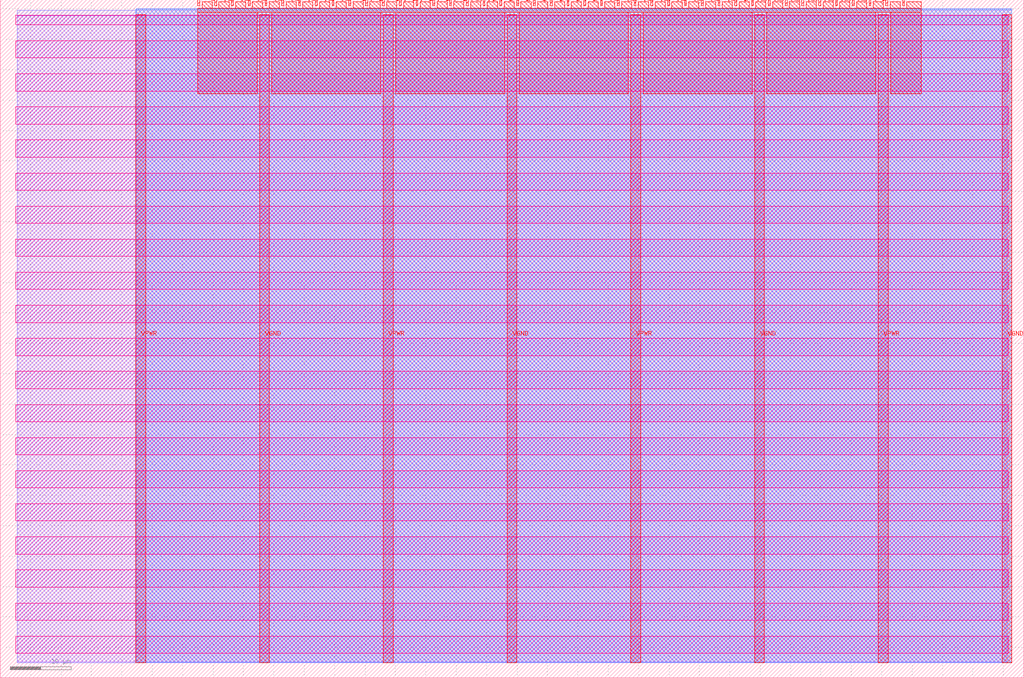
<source format=lef>
VERSION 5.7 ;
  NOWIREEXTENSIONATPIN ON ;
  DIVIDERCHAR "/" ;
  BUSBITCHARS "[]" ;
MACRO tt_um_wrapper_inputblackboxoutput
  CLASS BLOCK ;
  FOREIGN tt_um_wrapper_inputblackboxoutput ;
  ORIGIN 0.000 0.000 ;
  SIZE 168.360 BY 111.520 ;
  PIN VGND
    DIRECTION INOUT ;
    USE GROUND ;
    PORT
      LAYER met4 ;
        RECT 42.670 2.480 44.270 109.040 ;
    END
    PORT
      LAYER met4 ;
        RECT 83.380 2.480 84.980 109.040 ;
    END
    PORT
      LAYER met4 ;
        RECT 124.090 2.480 125.690 109.040 ;
    END
    PORT
      LAYER met4 ;
        RECT 164.800 2.480 166.400 109.040 ;
    END
  END VGND
  PIN VPWR
    DIRECTION INOUT ;
    USE POWER ;
    PORT
      LAYER met4 ;
        RECT 22.315 2.480 23.915 109.040 ;
    END
    PORT
      LAYER met4 ;
        RECT 63.025 2.480 64.625 109.040 ;
    END
    PORT
      LAYER met4 ;
        RECT 103.735 2.480 105.335 109.040 ;
    END
    PORT
      LAYER met4 ;
        RECT 144.445 2.480 146.045 109.040 ;
    END
  END VPWR
  PIN clk
    DIRECTION INPUT ;
    USE SIGNAL ;
    ANTENNAGATEAREA 0.852000 ;
    PORT
      LAYER met4 ;
        RECT 145.670 110.520 145.970 111.520 ;
    END
  END clk
  PIN ena
    DIRECTION INPUT ;
    USE SIGNAL ;
    ANTENNAGATEAREA 0.196500 ;
    PORT
      LAYER met4 ;
        RECT 148.430 110.520 148.730 111.520 ;
    END
  END ena
  PIN rst_n
    DIRECTION INPUT ;
    USE SIGNAL ;
    ANTENNAGATEAREA 0.196500 ;
    PORT
      LAYER met4 ;
        RECT 142.910 110.520 143.210 111.520 ;
    END
  END rst_n
  PIN ui_in[0]
    DIRECTION INPUT ;
    USE SIGNAL ;
    ANTENNAGATEAREA 0.159000 ;
    PORT
      LAYER met4 ;
        RECT 140.150 110.520 140.450 111.520 ;
    END
  END ui_in[0]
  PIN ui_in[1]
    DIRECTION INPUT ;
    USE SIGNAL ;
    ANTENNAGATEAREA 0.213000 ;
    PORT
      LAYER met4 ;
        RECT 137.390 110.520 137.690 111.520 ;
    END
  END ui_in[1]
  PIN ui_in[2]
    DIRECTION INPUT ;
    USE SIGNAL ;
    ANTENNAGATEAREA 0.159000 ;
    PORT
      LAYER met4 ;
        RECT 134.630 110.520 134.930 111.520 ;
    END
  END ui_in[2]
  PIN ui_in[3]
    DIRECTION INPUT ;
    USE SIGNAL ;
    ANTENNAGATEAREA 0.213000 ;
    PORT
      LAYER met4 ;
        RECT 131.870 110.520 132.170 111.520 ;
    END
  END ui_in[3]
  PIN ui_in[4]
    DIRECTION INPUT ;
    USE SIGNAL ;
    ANTENNAGATEAREA 0.159000 ;
    PORT
      LAYER met4 ;
        RECT 129.110 110.520 129.410 111.520 ;
    END
  END ui_in[4]
  PIN ui_in[5]
    DIRECTION INPUT ;
    USE SIGNAL ;
    ANTENNAGATEAREA 0.159000 ;
    PORT
      LAYER met4 ;
        RECT 126.350 110.520 126.650 111.520 ;
    END
  END ui_in[5]
  PIN ui_in[6]
    DIRECTION INPUT ;
    USE SIGNAL ;
    ANTENNAGATEAREA 0.159000 ;
    PORT
      LAYER met4 ;
        RECT 123.590 110.520 123.890 111.520 ;
    END
  END ui_in[6]
  PIN ui_in[7]
    DIRECTION INPUT ;
    USE SIGNAL ;
    ANTENNAGATEAREA 0.213000 ;
    PORT
      LAYER met4 ;
        RECT 120.830 110.520 121.130 111.520 ;
    END
  END ui_in[7]
  PIN uio_in[0]
    DIRECTION INPUT ;
    USE SIGNAL ;
    PORT
      LAYER met4 ;
        RECT 118.070 110.520 118.370 111.520 ;
    END
  END uio_in[0]
  PIN uio_in[1]
    DIRECTION INPUT ;
    USE SIGNAL ;
    PORT
      LAYER met4 ;
        RECT 115.310 110.520 115.610 111.520 ;
    END
  END uio_in[1]
  PIN uio_in[2]
    DIRECTION INPUT ;
    USE SIGNAL ;
    PORT
      LAYER met4 ;
        RECT 112.550 110.520 112.850 111.520 ;
    END
  END uio_in[2]
  PIN uio_in[3]
    DIRECTION INPUT ;
    USE SIGNAL ;
    PORT
      LAYER met4 ;
        RECT 109.790 110.520 110.090 111.520 ;
    END
  END uio_in[3]
  PIN uio_in[4]
    DIRECTION INPUT ;
    USE SIGNAL ;
    PORT
      LAYER met4 ;
        RECT 107.030 110.520 107.330 111.520 ;
    END
  END uio_in[4]
  PIN uio_in[5]
    DIRECTION INPUT ;
    USE SIGNAL ;
    PORT
      LAYER met4 ;
        RECT 104.270 110.520 104.570 111.520 ;
    END
  END uio_in[5]
  PIN uio_in[6]
    DIRECTION INPUT ;
    USE SIGNAL ;
    PORT
      LAYER met4 ;
        RECT 101.510 110.520 101.810 111.520 ;
    END
  END uio_in[6]
  PIN uio_in[7]
    DIRECTION INPUT ;
    USE SIGNAL ;
    PORT
      LAYER met4 ;
        RECT 98.750 110.520 99.050 111.520 ;
    END
  END uio_in[7]
  PIN uio_oe[0]
    DIRECTION OUTPUT TRISTATE ;
    USE SIGNAL ;
    PORT
      LAYER met4 ;
        RECT 51.830 110.520 52.130 111.520 ;
    END
  END uio_oe[0]
  PIN uio_oe[1]
    DIRECTION OUTPUT TRISTATE ;
    USE SIGNAL ;
    PORT
      LAYER met4 ;
        RECT 49.070 110.520 49.370 111.520 ;
    END
  END uio_oe[1]
  PIN uio_oe[2]
    DIRECTION OUTPUT TRISTATE ;
    USE SIGNAL ;
    PORT
      LAYER met4 ;
        RECT 46.310 110.520 46.610 111.520 ;
    END
  END uio_oe[2]
  PIN uio_oe[3]
    DIRECTION OUTPUT TRISTATE ;
    USE SIGNAL ;
    PORT
      LAYER met4 ;
        RECT 43.550 110.520 43.850 111.520 ;
    END
  END uio_oe[3]
  PIN uio_oe[4]
    DIRECTION OUTPUT TRISTATE ;
    USE SIGNAL ;
    PORT
      LAYER met4 ;
        RECT 40.790 110.520 41.090 111.520 ;
    END
  END uio_oe[4]
  PIN uio_oe[5]
    DIRECTION OUTPUT TRISTATE ;
    USE SIGNAL ;
    PORT
      LAYER met4 ;
        RECT 38.030 110.520 38.330 111.520 ;
    END
  END uio_oe[5]
  PIN uio_oe[6]
    DIRECTION OUTPUT TRISTATE ;
    USE SIGNAL ;
    PORT
      LAYER met4 ;
        RECT 35.270 110.520 35.570 111.520 ;
    END
  END uio_oe[6]
  PIN uio_oe[7]
    DIRECTION OUTPUT TRISTATE ;
    USE SIGNAL ;
    PORT
      LAYER met4 ;
        RECT 32.510 110.520 32.810 111.520 ;
    END
  END uio_oe[7]
  PIN uio_out[0]
    DIRECTION OUTPUT TRISTATE ;
    USE SIGNAL ;
    ANTENNADIFFAREA 0.445500 ;
    PORT
      LAYER met4 ;
        RECT 73.910 110.520 74.210 111.520 ;
    END
  END uio_out[0]
  PIN uio_out[1]
    DIRECTION OUTPUT TRISTATE ;
    USE SIGNAL ;
    ANTENNADIFFAREA 0.445500 ;
    PORT
      LAYER met4 ;
        RECT 71.150 110.520 71.450 111.520 ;
    END
  END uio_out[1]
  PIN uio_out[2]
    DIRECTION OUTPUT TRISTATE ;
    USE SIGNAL ;
    ANTENNADIFFAREA 0.445500 ;
    PORT
      LAYER met4 ;
        RECT 68.390 110.520 68.690 111.520 ;
    END
  END uio_out[2]
  PIN uio_out[3]
    DIRECTION OUTPUT TRISTATE ;
    USE SIGNAL ;
    ANTENNADIFFAREA 0.445500 ;
    PORT
      LAYER met4 ;
        RECT 65.630 110.520 65.930 111.520 ;
    END
  END uio_out[3]
  PIN uio_out[4]
    DIRECTION OUTPUT TRISTATE ;
    USE SIGNAL ;
    ANTENNADIFFAREA 0.445500 ;
    PORT
      LAYER met4 ;
        RECT 62.870 110.520 63.170 111.520 ;
    END
  END uio_out[4]
  PIN uio_out[5]
    DIRECTION OUTPUT TRISTATE ;
    USE SIGNAL ;
    PORT
      LAYER met4 ;
        RECT 60.110 110.520 60.410 111.520 ;
    END
  END uio_out[5]
  PIN uio_out[6]
    DIRECTION OUTPUT TRISTATE ;
    USE SIGNAL ;
    ANTENNADIFFAREA 0.445500 ;
    PORT
      LAYER met4 ;
        RECT 57.350 110.520 57.650 111.520 ;
    END
  END uio_out[6]
  PIN uio_out[7]
    DIRECTION OUTPUT TRISTATE ;
    USE SIGNAL ;
    ANTENNADIFFAREA 0.795200 ;
    PORT
      LAYER met4 ;
        RECT 54.590 110.520 54.890 111.520 ;
    END
  END uio_out[7]
  PIN uo_out[0]
    DIRECTION OUTPUT TRISTATE ;
    USE SIGNAL ;
    ANTENNADIFFAREA 0.445500 ;
    PORT
      LAYER met4 ;
        RECT 95.990 110.520 96.290 111.520 ;
    END
  END uo_out[0]
  PIN uo_out[1]
    DIRECTION OUTPUT TRISTATE ;
    USE SIGNAL ;
    ANTENNADIFFAREA 0.445500 ;
    PORT
      LAYER met4 ;
        RECT 93.230 110.520 93.530 111.520 ;
    END
  END uo_out[1]
  PIN uo_out[2]
    DIRECTION OUTPUT TRISTATE ;
    USE SIGNAL ;
    ANTENNADIFFAREA 0.445500 ;
    PORT
      LAYER met4 ;
        RECT 90.470 110.520 90.770 111.520 ;
    END
  END uo_out[2]
  PIN uo_out[3]
    DIRECTION OUTPUT TRISTATE ;
    USE SIGNAL ;
    ANTENNADIFFAREA 0.445500 ;
    PORT
      LAYER met4 ;
        RECT 87.710 110.520 88.010 111.520 ;
    END
  END uo_out[3]
  PIN uo_out[4]
    DIRECTION OUTPUT TRISTATE ;
    USE SIGNAL ;
    ANTENNADIFFAREA 0.445500 ;
    PORT
      LAYER met4 ;
        RECT 84.950 110.520 85.250 111.520 ;
    END
  END uo_out[4]
  PIN uo_out[5]
    DIRECTION OUTPUT TRISTATE ;
    USE SIGNAL ;
    ANTENNADIFFAREA 0.445500 ;
    PORT
      LAYER met4 ;
        RECT 82.190 110.520 82.490 111.520 ;
    END
  END uo_out[5]
  PIN uo_out[6]
    DIRECTION OUTPUT TRISTATE ;
    USE SIGNAL ;
    ANTENNADIFFAREA 0.445500 ;
    PORT
      LAYER met4 ;
        RECT 79.430 110.520 79.730 111.520 ;
    END
  END uo_out[6]
  PIN uo_out[7]
    DIRECTION OUTPUT TRISTATE ;
    USE SIGNAL ;
    ANTENNADIFFAREA 0.445500 ;
    PORT
      LAYER met4 ;
        RECT 76.670 110.520 76.970 111.520 ;
    END
  END uo_out[7]
  OBS
      LAYER nwell ;
        RECT 2.570 107.385 165.790 108.990 ;
        RECT 2.570 101.945 165.790 104.775 ;
        RECT 2.570 96.505 165.790 99.335 ;
        RECT 2.570 91.065 165.790 93.895 ;
        RECT 2.570 85.625 165.790 88.455 ;
        RECT 2.570 80.185 165.790 83.015 ;
        RECT 2.570 74.745 165.790 77.575 ;
        RECT 2.570 69.305 165.790 72.135 ;
        RECT 2.570 63.865 165.790 66.695 ;
        RECT 2.570 58.425 165.790 61.255 ;
        RECT 2.570 52.985 165.790 55.815 ;
        RECT 2.570 47.545 165.790 50.375 ;
        RECT 2.570 42.105 165.790 44.935 ;
        RECT 2.570 36.665 165.790 39.495 ;
        RECT 2.570 31.225 165.790 34.055 ;
        RECT 2.570 25.785 165.790 28.615 ;
        RECT 2.570 20.345 165.790 23.175 ;
        RECT 2.570 14.905 165.790 17.735 ;
        RECT 2.570 9.465 165.790 12.295 ;
        RECT 2.570 4.025 165.790 6.855 ;
      LAYER li1 ;
        RECT 2.760 2.635 165.600 108.885 ;
      LAYER met1 ;
        RECT 2.760 2.480 166.400 109.780 ;
      LAYER met2 ;
        RECT 22.345 2.535 166.370 110.005 ;
      LAYER met3 ;
        RECT 22.325 2.555 166.390 109.985 ;
      LAYER met4 ;
        RECT 33.210 110.120 34.870 111.170 ;
        RECT 35.970 110.120 37.630 111.170 ;
        RECT 38.730 110.120 40.390 111.170 ;
        RECT 41.490 110.120 43.150 111.170 ;
        RECT 44.250 110.120 45.910 111.170 ;
        RECT 47.010 110.120 48.670 111.170 ;
        RECT 49.770 110.120 51.430 111.170 ;
        RECT 52.530 110.120 54.190 111.170 ;
        RECT 55.290 110.120 56.950 111.170 ;
        RECT 58.050 110.120 59.710 111.170 ;
        RECT 60.810 110.120 62.470 111.170 ;
        RECT 63.570 110.120 65.230 111.170 ;
        RECT 66.330 110.120 67.990 111.170 ;
        RECT 69.090 110.120 70.750 111.170 ;
        RECT 71.850 110.120 73.510 111.170 ;
        RECT 74.610 110.120 76.270 111.170 ;
        RECT 77.370 110.120 79.030 111.170 ;
        RECT 80.130 110.120 81.790 111.170 ;
        RECT 82.890 110.120 84.550 111.170 ;
        RECT 85.650 110.120 87.310 111.170 ;
        RECT 88.410 110.120 90.070 111.170 ;
        RECT 91.170 110.120 92.830 111.170 ;
        RECT 93.930 110.120 95.590 111.170 ;
        RECT 96.690 110.120 98.350 111.170 ;
        RECT 99.450 110.120 101.110 111.170 ;
        RECT 102.210 110.120 103.870 111.170 ;
        RECT 104.970 110.120 106.630 111.170 ;
        RECT 107.730 110.120 109.390 111.170 ;
        RECT 110.490 110.120 112.150 111.170 ;
        RECT 113.250 110.120 114.910 111.170 ;
        RECT 116.010 110.120 117.670 111.170 ;
        RECT 118.770 110.120 120.430 111.170 ;
        RECT 121.530 110.120 123.190 111.170 ;
        RECT 124.290 110.120 125.950 111.170 ;
        RECT 127.050 110.120 128.710 111.170 ;
        RECT 129.810 110.120 131.470 111.170 ;
        RECT 132.570 110.120 134.230 111.170 ;
        RECT 135.330 110.120 136.990 111.170 ;
        RECT 138.090 110.120 139.750 111.170 ;
        RECT 140.850 110.120 142.510 111.170 ;
        RECT 143.610 110.120 145.270 111.170 ;
        RECT 146.370 110.120 148.030 111.170 ;
        RECT 149.130 110.120 151.505 111.170 ;
        RECT 32.495 109.440 151.505 110.120 ;
        RECT 32.495 96.055 42.270 109.440 ;
        RECT 44.670 96.055 62.625 109.440 ;
        RECT 65.025 96.055 82.980 109.440 ;
        RECT 85.380 96.055 103.335 109.440 ;
        RECT 105.735 96.055 123.690 109.440 ;
        RECT 126.090 96.055 144.045 109.440 ;
        RECT 146.445 96.055 151.505 109.440 ;
  END
END tt_um_wrapper_inputblackboxoutput
END LIBRARY


</source>
